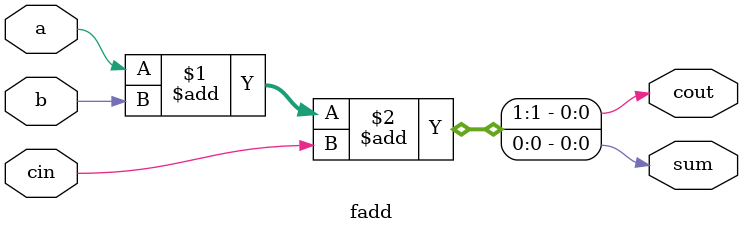
<source format=sv>
module top_module( 
    input [2:0] a, b,
    input cin,
    output [2:0] cout,
    output [2:0] sum );
    fadd ins1(a[0],b[0],cin,cout[0],sum[0]);
    fadd ins2(a[1],b[1],cout[0],cout[1],sum[1]);
    fadd ins3(a[2],b[2],cout[1],cout[2],sum[2]);
endmodule
module fadd( 
    input a, b, cin,
    output cout, sum );
    assign {cout,sum}=a+b+cin;
endmodule

</source>
